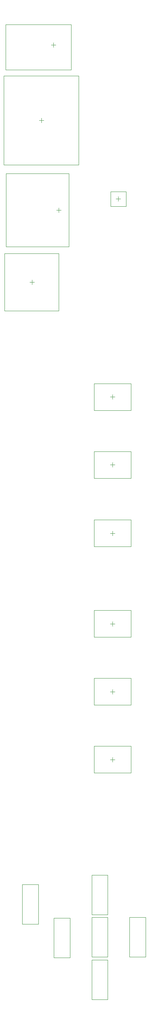
<source format=gbr>
%TF.GenerationSoftware,Altium Limited,Altium Designer,19.1.5 (86)*%
G04 Layer_Color=32768*
%FSLAX26Y26*%
%MOIN*%
%TF.FileFunction,Other,Mechanical_15*%
%TF.Part,Single*%
G01*
G75*
%TA.AperFunction,NonConductor*%
%ADD98C,0.003937*%
%ADD153C,0.001968*%
D98*
X1995315Y7795000D02*
X2034685D01*
X2015000Y7775315D02*
Y7814685D01*
X1965000Y2820315D02*
Y2859685D01*
X1945315Y2840000D02*
X1984685D01*
X1965000Y3420315D02*
Y3459685D01*
X1945315Y3440000D02*
X1984685D01*
X1965000Y4020315D02*
Y4059685D01*
X1945315Y4040000D02*
X1984685D01*
X1965000Y4820315D02*
Y4859685D01*
X1945315Y4840000D02*
X1984685D01*
X1965000Y5425315D02*
Y5464685D01*
X1945315Y5445000D02*
X1984685D01*
X1965000Y6025315D02*
Y6064685D01*
X1945315Y6045000D02*
X1984685D01*
X1230315Y7060000D02*
X1269685D01*
X1250000Y7040315D02*
Y7079685D01*
X1164134Y1384803D02*
Y1735197D01*
Y1384803D02*
X1305866D01*
Y1735197D01*
X1164134D02*
X1305866D01*
X1485847Y7675315D02*
Y7714685D01*
X1466161Y7695000D02*
X1505532D01*
X1440000Y9135315D02*
Y9174685D01*
X1420315Y9155000D02*
X1459685D01*
X1920866Y1094803D02*
Y1445197D01*
X1779134D02*
X1920866D01*
X1779134Y1094803D02*
Y1445197D01*
Y1094803D02*
X1920866D01*
X2255866D02*
Y1445197D01*
X2114134D02*
X2255866D01*
X2114134Y1094803D02*
Y1445197D01*
Y1094803D02*
X2255866D01*
X1920866Y719803D02*
Y1070197D01*
X1779134D02*
X1920866D01*
X1779134Y719803D02*
Y1070197D01*
Y719803D02*
X1920866D01*
X1585866Y1089803D02*
Y1440197D01*
X1444134D02*
X1585866D01*
X1444134Y1089803D02*
Y1440197D01*
Y1089803D02*
X1585866D01*
X1920866Y1469803D02*
Y1820197D01*
X1779134D02*
X1920866D01*
X1779134Y1469803D02*
Y1820197D01*
Y1469803D02*
X1920866D01*
D153*
X1946102Y7730039D02*
Y7859961D01*
X2083898Y7730039D02*
Y7859961D01*
X1946102D02*
X2083898D01*
X1946102Y7730039D02*
X2083898D01*
X1801614Y2958110D02*
X2128386D01*
X1801614Y2721890D02*
X2128386D01*
X1801614D02*
Y2958110D01*
X2128386Y2721890D02*
Y2958110D01*
X1801614Y3558110D02*
X2128386D01*
X1801614Y3321890D02*
X2128386D01*
X1801614D02*
Y3558110D01*
X2128386Y3321890D02*
Y3558110D01*
X1801614Y4158110D02*
X2128386D01*
X1801614Y3921890D02*
X2128386D01*
X1801614D02*
Y4158110D01*
X2128386Y3921890D02*
Y4158110D01*
X1801614Y4958110D02*
X2128386D01*
X1801614Y4721890D02*
X2128386D01*
X1801614D02*
Y4958110D01*
X2128386Y4721890D02*
Y4958110D01*
X1801614Y5563110D02*
X2128386D01*
X1801614Y5326890D02*
X2128386D01*
X1801614D02*
Y5563110D01*
X2128386Y5326890D02*
Y5563110D01*
X1801614Y6163110D02*
X2128386D01*
X1801614Y5926890D02*
X2128386D01*
X1801614D02*
Y6163110D01*
X2128386Y5926890D02*
Y6163110D01*
X1006398Y6806752D02*
Y7313839D01*
X1488681D01*
Y6806752D02*
Y7313839D01*
X1006398Y6806752D02*
X1488681D01*
X1578740Y7371535D02*
Y8018465D01*
X1019685Y7371535D02*
X1578740D01*
X1019685D02*
Y8018465D01*
Y8018465D02*
X1578740D01*
X1015787Y8936496D02*
Y9336102D01*
X1597480Y8936496D02*
Y9336102D01*
X1015787D02*
X1597480D01*
X1015787Y8936496D02*
X1597480D01*
X1315315Y8489764D02*
X1354685D01*
X1335000Y8470079D02*
Y8509449D01*
X999567Y8883465D02*
X1662559D01*
X999567Y8096063D02*
Y8883465D01*
Y8096063D02*
X1662559D01*
Y8883465D01*
%TF.MD5,6f996609fcff966dc99b971fc8f50147*%
M02*

</source>
